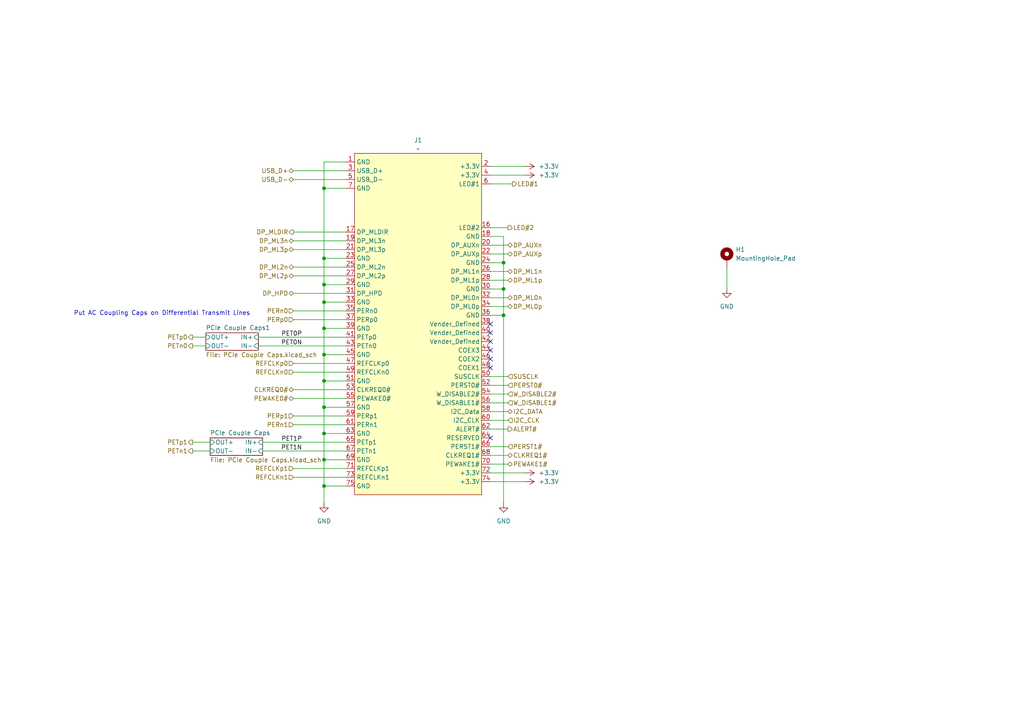
<source format=kicad_sch>
(kicad_sch (version 20250114) (generator "eeschema") (generator_version "9.0")
  (paper "A4")
  (lib_symbols
    (symbol "Mechanical:MountingHole_Pad" (pin_numbers (hide yes)) (pin_names (offset 1.016) (hide yes)) (in_bom no)
      (property "Reference" "H" (at 0 6.35 0))
      (property "Value" "MountingHole_Pad" (at 0 4.445 0))
      (symbol "MountingHole_Pad_0_1"
        (circle (center 0 1.27) (radius 1.27) (stroke (width 1.27)))
      )
      (symbol "MountingHole_Pad_1_1"
        (pin input line (at 0 -2.54 90) (length 2.54) (name "1") (number "1"))
      )
    )
    (symbol "PCIexpress:M.2_A_Key"
      (property "Reference" "J" (at 0 0 0))
      (symbol "M.2_A_Key_0_1"
        (rectangle (start -17.78 -5.08) (end 19.05 -104.14) (fill (type background)))
      )
      (symbol "M.2_A_Key_1_1"
        (pin power_in line (at -20.32 -7.62 0) (length 2.54) (name "GND") (number "1"))
        (pin bidirectional line (at -20.32 -10.16 0) (length 2.54) (name "USB_D+") (number "3"))
        (pin bidirectional line (at -20.32 -12.7 0) (length 2.54) (name "USB_D-") (number "5"))
        (pin power_in line (at -20.32 -15.24 0) (length 2.54) (name "GND") (number "7"))
        (pin output line (at -20.32 -27.94 0) (length 2.54) (name "DP_MLDIR") (number "17"))
        (pin bidirectional line (at -20.32 -30.48 0) (length 2.54) (name "DP_ML3n") (number "19"))
        (pin bidirectional line (at -20.32 -33.02 0) (length 2.54) (name "DP_ML3p") (number "21"))
        (pin power_in line (at -20.32 -35.56 0) (length 2.54) (name "GND") (number "23"))
        (pin bidirectional line (at -20.32 -38.1 0) (length 2.54) (name "DP_ML2n") (number "25"))
        (pin bidirectional line (at -20.32 -40.64 0) (length 2.54) (name "DP_ML2p") (number "27"))
        (pin power_in line (at -20.32 -43.18 0) (length 2.54) (name "GND") (number "29"))
        (pin bidirectional line (at -20.32 -45.72 0) (length 2.54) (name "DP_HPD") (number "31"))
        (pin power_in line (at -20.32 -48.26 0) (length 2.54) (name "GND") (number "33"))
        (pin input line (at -20.32 -50.8 0) (length 2.54) (name "PERn0") (number "35"))
        (pin input line (at -20.32 -53.34 0) (length 2.54) (name "PERp0") (number "37"))
        (pin power_in line (at -20.32 -55.88 0) (length 2.54) (name "GND") (number "39"))
        (pin output line (at -20.32 -58.42 0) (length 2.54) (name "PETp0") (number "41"))
        (pin output line (at -20.32 -60.96 0) (length 2.54) (name "PETn0") (number "43"))
        (pin power_in line (at -20.32 -63.5 0) (length 2.54) (name "GND") (number "45"))
        (pin input line (at -20.32 -66.04 0) (length 2.54) (name "REFCLKp0") (number "47"))
        (pin input line (at -20.32 -68.58 0) (length 2.54) (name "REFCLKn0") (number "49"))
        (pin power_in line (at -20.32 -71.12 0) (length 2.54) (name "GND") (number "51"))
        (pin bidirectional line (at -20.32 -73.66 0) (length 2.54) (name "CLKREQ0#") (number "53"))
        (pin bidirectional line (at -20.32 -76.2 0) (length 2.54) (name "PEWAKE0#") (number "55"))
        (pin power_in line (at -20.32 -78.74 0) (length 2.54) (name "GND") (number "57"))
        (pin input line (at -20.32 -81.28 0) (length 2.54) (name "PERp1") (number "59"))
        (pin input line (at -20.32 -83.82 0) (length 2.54) (name "PERn1") (number "61"))
        (pin power_in line (at -20.32 -86.36 0) (length 2.54) (name "GND") (number "63"))
        (pin output line (at -20.32 -88.9 0) (length 2.54) (name "PETp1") (number "65"))
        (pin output line (at -20.32 -91.44 0) (length 2.54) (name "PETn1") (number "67"))
        (pin passive line (at -20.32 -93.98 0) (length 2.54) (name "GND") (number "69"))
        (pin input line (at -20.32 -96.52 0) (length 2.54) (name "REFCLKp1") (number "71"))
        (pin input line (at -20.32 -99.06 0) (length 2.54) (name "REFCLKn1") (number "73"))
        (pin power_in line (at -20.32 -101.6 0) (length 2.54) (name "GND") (number "75"))
        (pin power_in line (at 21.59 -8.89 180) (length 2.54) (name "+3.3V") (number "2"))
        (pin power_in line (at 21.59 -11.43 180) (length 2.54) (name "+3.3V") (number "4"))
        (pin output line (at 21.59 -13.97 180) (length 2.54) (name "LED#1") (number "6"))
        (pin output line (at 21.59 -26.67 180) (length 2.54) (name "LED#2") (number "16"))
        (pin power_in line (at 21.59 -29.21 180) (length 2.54) (name "GND") (number "18"))
        (pin bidirectional line (at 21.59 -31.75 180) (length 2.54) (name "DP_AUXn") (number "20"))
        (pin bidirectional line (at 21.59 -34.29 180) (length 2.54) (name "DP_AUXp") (number "22"))
        (pin power_in line (at 21.59 -36.83 180) (length 2.54) (name "GND") (number "24"))
        (pin bidirectional line (at 21.59 -39.37 180) (length 2.54) (name "DP_ML1n") (number "26"))
        (pin bidirectional line (at 21.59 -41.91 180) (length 2.54) (name "DP_ML1p") (number "28"))
        (pin power_in line (at 21.59 -44.45 180) (length 2.54) (name "GND") (number "30"))
        (pin bidirectional line (at 21.59 -46.99 180) (length 2.54) (name "DP_ML0n") (number "32"))
        (pin bidirectional line (at 21.59 -49.53 180) (length 2.54) (name "DP_ML0p") (number "34"))
        (pin power_in line (at 21.59 -52.07 180) (length 2.54) (name "GND") (number "36"))
        (pin unspecified line (at 21.59 -54.61 180) (length 2.54) (name "Vender_Defined") (number "38"))
        (pin unspecified line (at 21.59 -57.15 180) (length 2.54) (name "Vender_Defined") (number "40"))
        (pin unspecified line (at 21.59 -59.69 180) (length 2.54) (name "Vender_Defined") (number "42"))
        (pin bidirectional line (at 21.59 -62.23 180) (length 2.54) (name "COEX3") (number "44"))
        (pin bidirectional line (at 21.59 -64.77 180) (length 2.54) (name "COEX2") (number "46"))
        (pin bidirectional line (at 21.59 -67.31 180) (length 2.54) (name "COEX1") (number "48"))
        (pin input line (at 21.59 -69.85 180) (length 2.54) (name "SUSCLK") (number "50"))
        (pin input line (at 21.59 -72.39 180) (length 2.54) (name "PERST0#") (number "52"))
        (pin input line (at 21.59 -74.93 180) (length 2.54) (name "W_DISABLE2#") (number "54"))
        (pin input line (at 21.59 -77.47 180) (length 2.54) (name "W_DISABLE1#") (number "56"))
        (pin bidirectional line (at 21.59 -80.01 180) (length 2.54) (name "I2C_Data") (number "58"))
        (pin input line (at 21.59 -82.55 180) (length 2.54) (name "I2C_CLK") (number "60"))
        (pin output line (at 21.59 -85.09 180) (length 2.54) (name "ALERT#") (number "62"))
        (pin unspecified line (at 21.59 -87.63 180) (length 2.54) (name "RESERVED") (number "64"))
        (pin input line (at 21.59 -90.17 180) (length 2.54) (name "PERST1#") (number "66"))
        (pin bidirectional line (at 21.59 -92.71 180) (length 2.54) (name "CLKREQ1#") (number "68"))
        (pin bidirectional line (at 21.59 -95.25 180) (length 2.54) (name "PEWAKE1#") (number "70"))
        (pin power_in line (at 21.59 -97.79 180) (length 2.54) (name "+3.3V") (number "72"))
        (pin power_in line (at 21.59 -100.33 180) (length 2.54) (name "+3.3V") (number "74"))
      )
    )
    (symbol "power:+3.3V" (power) (pin_numbers (hide yes)) (pin_names (offset 0) (hide yes))
      (property "Value" "+3.3V" (at 0 3.556 0))
      (symbol "+3.3V_0_1"
        (polyline (pts (xy -0.762 1.27) (xy 0 2.54)))
        (polyline (pts (xy 0 2.54) (xy 0.762 1.27)))
        (polyline (pts (xy 0 0) (xy 0 2.54)))
      )
      (symbol "+3.3V_1_1"
        (pin power_in line (at 0 0 90) (length 0) (name "~") (number "1"))
      )
    )
    (symbol "power:GND" (power) (pin_numbers (hide yes)) (pin_names (offset 0) (hide yes))
      (property "Value" "GND" (at 0 -3.81 0))
      (symbol "GND_0_1"
        (polyline (pts (xy 0 0) (xy 0 -1.27) (xy 1.27 -1.27) (xy 0 -2.54) (xy -1.27 -1.27) (xy 0 -1.27)))
      )
      (symbol "GND_1_1"
        (pin power_in line (at 0 0 270) (length 0) (name "~") (number "1"))
      )
    )
  )
  (text "Put AC Coupling Caps on Differential Transmit Lines" (at 46.99 90.932 0) (effects (font (size 1.27 1.27))))
  (junction (at 93.98 102.87))
  (junction (at 93.98 110.49))
  (junction (at 146.05 91.44))
  (junction (at 93.98 74.93))
  (junction (at 93.98 87.63))
  (junction (at 146.05 83.82))
  (junction (at 93.98 140.97))
  (junction (at 93.98 54.61))
  (junction (at 93.98 118.11))
  (junction (at 93.98 95.25))
  (junction (at 93.98 125.73))
  (junction (at 93.98 82.55))
  (junction (at 146.05 76.2))
  (junction (at 93.98 133.35))
  (no_connect (at 142.24 101.6))
  (no_connect (at 142.24 127))
  (no_connect (at 142.24 104.14))
  (no_connect (at 142.24 106.68))
  (no_connect (at 142.24 96.52))
  (no_connect (at 142.24 99.06))
  (no_connect (at 142.24 93.98))
  (wire (pts (xy 142.24 86.36) (xy 147.32 86.36)))
  (wire (pts (xy 93.98 118.11) (xy 93.98 125.73)))
  (wire (pts (xy 146.05 83.82) (xy 146.05 91.44)))
  (wire (pts (xy 76.2 128.27) (xy 100.33 128.27)))
  (wire (pts (xy 93.98 133.35) (xy 93.98 140.97)))
  (wire (pts (xy 93.98 110.49) (xy 93.98 118.11)))
  (wire (pts (xy 93.98 54.61) (xy 93.98 74.93)))
  (wire (pts (xy 74.93 100.33) (xy 100.33 100.33)))
  (wire (pts (xy 210.82 77.47) (xy 210.82 83.82)))
  (wire (pts (xy 142.24 48.26) (xy 152.4 48.26)))
  (wire (pts (xy 142.24 71.12) (xy 147.32 71.12)))
  (wire (pts (xy 85.09 120.65) (xy 100.33 120.65)))
  (wire (pts (xy 100.33 140.97) (xy 93.98 140.97)))
  (wire (pts (xy 142.24 111.76) (xy 147.32 111.76)))
  (wire (pts (xy 142.24 66.04) (xy 147.32 66.04)))
  (wire (pts (xy 93.98 102.87) (xy 93.98 110.49)))
  (wire (pts (xy 85.09 90.17) (xy 100.33 90.17)))
  (wire (pts (xy 100.33 46.99) (xy 93.98 46.99)))
  (wire (pts (xy 142.24 119.38) (xy 147.32 119.38)))
  (wire (pts (xy 100.33 82.55) (xy 93.98 82.55)))
  (wire (pts (xy 142.24 76.2) (xy 146.05 76.2)))
  (wire (pts (xy 93.98 74.93) (xy 93.98 82.55)))
  (wire (pts (xy 100.33 74.93) (xy 93.98 74.93)))
  (wire (pts (xy 85.09 49.53) (xy 100.33 49.53)))
  (wire (pts (xy 74.93 97.79) (xy 100.33 97.79)))
  (wire (pts (xy 93.98 46.99) (xy 93.98 54.61)))
  (wire (pts (xy 142.24 68.58) (xy 146.05 68.58)))
  (wire (pts (xy 100.33 110.49) (xy 93.98 110.49)))
  (wire (pts (xy 100.33 118.11) (xy 93.98 118.11)))
  (wire (pts (xy 85.09 52.07) (xy 100.33 52.07)))
  (wire (pts (xy 100.33 125.73) (xy 93.98 125.73)))
  (wire (pts (xy 142.24 91.44) (xy 146.05 91.44)))
  (wire (pts (xy 142.24 81.28) (xy 147.32 81.28)))
  (wire (pts (xy 55.88 100.33) (xy 59.69 100.33)))
  (wire (pts (xy 142.24 121.92) (xy 147.32 121.92)))
  (wire (pts (xy 100.33 54.61) (xy 93.98 54.61)))
  (wire (pts (xy 85.09 80.01) (xy 100.33 80.01)))
  (wire (pts (xy 55.88 128.27) (xy 60.96 128.27)))
  (wire (pts (xy 142.24 114.3) (xy 147.32 114.3)))
  (wire (pts (xy 55.88 97.79) (xy 59.69 97.79)))
  (wire (pts (xy 142.24 53.34) (xy 148.59 53.34)))
  (wire (pts (xy 85.09 77.47) (xy 100.33 77.47)))
  (wire (pts (xy 93.98 82.55) (xy 93.98 87.63)))
  (wire (pts (xy 100.33 87.63) (xy 93.98 87.63)))
  (wire (pts (xy 142.24 132.08) (xy 147.32 132.08)))
  (wire (pts (xy 85.09 92.71) (xy 100.33 92.71)))
  (wire (pts (xy 142.24 78.74) (xy 147.32 78.74)))
  (wire (pts (xy 142.24 83.82) (xy 146.05 83.82)))
  (wire (pts (xy 142.24 124.46) (xy 147.32 124.46)))
  (wire (pts (xy 142.24 50.8) (xy 152.4 50.8)))
  (wire (pts (xy 146.05 91.44) (xy 146.05 146.05)))
  (wire (pts (xy 85.09 105.41) (xy 100.33 105.41)))
  (wire (pts (xy 142.24 109.22) (xy 147.32 109.22)))
  (wire (pts (xy 93.98 87.63) (xy 93.98 95.25)))
  (wire (pts (xy 142.24 134.62) (xy 147.32 134.62)))
  (wire (pts (xy 85.09 113.03) (xy 100.33 113.03)))
  (wire (pts (xy 142.24 137.16) (xy 152.4 137.16)))
  (wire (pts (xy 55.88 130.81) (xy 60.96 130.81)))
  (wire (pts (xy 146.05 76.2) (xy 146.05 83.82)))
  (wire (pts (xy 85.09 67.31) (xy 100.33 67.31)))
  (wire (pts (xy 142.24 73.66) (xy 147.32 73.66)))
  (wire (pts (xy 85.09 69.85) (xy 100.33 69.85)))
  (wire (pts (xy 85.09 85.09) (xy 100.33 85.09)))
  (wire (pts (xy 142.24 116.84) (xy 147.32 116.84)))
  (wire (pts (xy 93.98 95.25) (xy 93.98 102.87)))
  (wire (pts (xy 85.09 115.57) (xy 100.33 115.57)))
  (wire (pts (xy 100.33 102.87) (xy 93.98 102.87)))
  (wire (pts (xy 100.33 133.35) (xy 93.98 133.35)))
  (wire (pts (xy 142.24 139.7) (xy 152.4 139.7)))
  (wire (pts (xy 85.09 135.89) (xy 100.33 135.89)))
  (wire (pts (xy 85.09 138.43) (xy 100.33 138.43)))
  (wire (pts (xy 85.09 123.19) (xy 100.33 123.19)))
  (wire (pts (xy 142.24 129.54) (xy 147.32 129.54)))
  (wire (pts (xy 76.2 130.81) (xy 100.33 130.81)))
  (wire (pts (xy 93.98 125.73) (xy 93.98 133.35)))
  (wire (pts (xy 100.33 95.25) (xy 93.98 95.25)))
  (wire (pts (xy 85.09 72.39) (xy 100.33 72.39)))
  (wire (pts (xy 142.24 88.9) (xy 147.32 88.9)))
  (wire (pts (xy 85.09 107.95) (xy 100.33 107.95)))
  (wire (pts (xy 93.98 140.97) (xy 93.98 146.05)))
  (wire (pts (xy 146.05 68.58) (xy 146.05 76.2)))
  (label "PET0P" (at 87.63 97.79 180))
  (label "PET1N" (at 87.63 130.81 180))
  (label "PET0N" (at 87.63 100.33 180))
  (label "PET1P" (at 87.63 128.27 180))
  (hierarchical_label "USB_D-" (shape bidirectional) (at 85.09 52.07 180))
  (hierarchical_label "LED#2" (shape output) (at 147.32 66.04 0))
  (hierarchical_label "PERST1#" (shape input) (at 147.32 129.54 0))
  (hierarchical_label "DP_AUXn" (shape bidirectional) (at 147.32 71.12 0))
  (hierarchical_label "PEWAKE1#" (shape bidirectional) (at 147.32 134.62 0))
  (hierarchical_label "CLKREQ1#" (shape bidirectional) (at 147.32 132.08 0))
  (hierarchical_label "REFCLKn0" (shape input) (at 85.09 107.95 180))
  (hierarchical_label "PETn1" (shape output) (at 55.88 130.81 180))
  (hierarchical_label "REFCLKn1" (shape input) (at 85.09 138.43 180))
  (hierarchical_label "DP_ML1p" (shape bidirectional) (at 147.32 81.28 0))
  (hierarchical_label "REFCLKp0" (shape input) (at 85.09 105.41 180))
  (hierarchical_label "PERp1" (shape input) (at 85.09 120.65 180))
  (hierarchical_label "SUSCLK" (shape input) (at 147.32 109.22 0))
  (hierarchical_label "USB_D+" (shape bidirectional) (at 85.09 49.53 180))
  (hierarchical_label "DP_ML0p" (shape bidirectional) (at 147.32 88.9 0))
  (hierarchical_label "PEWAKE0#" (shape bidirectional) (at 85.09 115.57 180))
  (hierarchical_label "DP_ML0n" (shape bidirectional) (at 147.32 86.36 0))
  (hierarchical_label "PERn1" (shape input) (at 85.09 123.19 180))
  (hierarchical_label "DP_MLDIR" (shape output) (at 85.09 67.31 180))
  (hierarchical_label "LED#1" (shape output) (at 148.59 53.34 0))
  (hierarchical_label "DP_ML3p" (shape bidirectional) (at 85.09 72.39 180))
  (hierarchical_label "DP_ML3n" (shape bidirectional) (at 85.09 69.85 180))
  (hierarchical_label "DP_ML2p" (shape bidirectional) (at 85.09 80.01 180))
  (hierarchical_label "PERp0" (shape input) (at 85.09 92.71 180))
  (hierarchical_label "W_DISABLE2#" (shape input) (at 147.32 114.3 0))
  (hierarchical_label "PETp1" (shape output) (at 55.88 128.27 180))
  (hierarchical_label "DP_ML1n" (shape bidirectional) (at 147.32 78.74 0))
  (hierarchical_label "PETp0" (shape output) (at 55.88 97.79 180))
  (hierarchical_label "W_DISABLE1#" (shape input) (at 147.32 116.84 0))
  (hierarchical_label "REFCLKp1" (shape input) (at 85.09 135.89 180))
  (hierarchical_label "PERn0" (shape input) (at 85.09 90.17 180))
  (hierarchical_label "I2C_DATA" (shape bidirectional) (at 147.32 119.38 0))
  (hierarchical_label "I2C_CLK" (shape input) (at 147.32 121.92 0))
  (hierarchical_label "ALERT#" (shape output) (at 147.32 124.46 0))
  (hierarchical_label "DP_HPD" (shape bidirectional) (at 85.09 85.09 180))
  (hierarchical_label "PERST0#" (shape input) (at 147.32 111.76 0))
  (hierarchical_label "DP_ML2n" (shape bidirectional) (at 85.09 77.47 180))
  (hierarchical_label "CLKREQ0#" (shape bidirectional) (at 85.09 113.03 180))
  (hierarchical_label "PETn0" (shape output) (at 55.88 100.33 180))
  (hierarchical_label "DP_AUXp" (shape bidirectional) (at 147.32 73.66 0))
  (symbol (lib_id "power:+3.3V") (at 152.4 137.16 270) (unit 1)
    (property "Reference" "#PWR05" (effects (hide yes)))
    (property "Value" "+3.3V" (at 156.21 137.1599 90) (effects (justify left)))
    (property "Description" "Power symbol creates a global label with name \"+3.3V\"" (effects (hide yes)))
  )
  (symbol (lib_id "PCIexpress:M.2_A_Key") (at 120.65 39.37 0) (unit 1)
    (property "Reference" "J1" (at 121.285 40.64 0))
    (property "Value" "~" (at 121.285 43.18 0))
    (property "Footprint" "PCIexpress:M.2 A Key Connector" (effects (hide yes)))
    (property "Note" "Check PCIe M.2 Specification for Pin Alt mode functions. Check your socket pinout for pin functions." (effects (hide yes)))
  )
  (symbol (lib_id "power:GND") (at 93.98 146.05 0) (unit 1)
    (property "Reference" "#PWR01" (effects (hide yes)))
    (property "Value" "GND" (at 93.98 151.13 0))
    (property "Description" "Power symbol creates a global label with name \"GND\" , ground" (effects (hide yes)))
  )
  (symbol (lib_id "power:+3.3V") (at 152.4 50.8 270) (unit 1)
    (property "Reference" "#PWR04" (effects (hide yes)))
    (property "Value" "+3.3V" (at 156.21 50.7999 90) (effects (justify left)))
    (property "Description" "Power symbol creates a global label with name \"+3.3V\"" (effects (hide yes)))
  )
  (symbol (lib_id "power:GND") (at 210.82 83.82 0) (unit 1)
    (property "Reference" "#PWR07" (effects (hide yes)))
    (property "Value" "GND" (at 210.82 88.9 0))
    (property "Description" "Power symbol creates a global label with name \"GND\" , ground" (effects (hide yes)))
  )
  (symbol (lib_id "power:+3.3V") (at 152.4 48.26 270) (unit 1)
    (property "Reference" "#PWR03" (effects (hide yes)))
    (property "Value" "+3.3V" (at 156.21 48.2599 90) (effects (justify left)))
    (property "Description" "Power symbol creates a global label with name \"+3.3V\"" (effects (hide yes)))
  )
  (symbol (lib_id "power:+3.3V") (at 152.4 139.7 270) (unit 1)
    (property "Reference" "#PWR06" (effects (hide yes)))
    (property "Value" "+3.3V" (at 156.21 139.6999 90) (effects (justify left)))
    (property "Description" "Power symbol creates a global label with name \"+3.3V\"" (effects (hide yes)))
  )
  (symbol (lib_id "power:GND") (at 146.05 146.05 0) (unit 1)
    (property "Reference" "#PWR02" (effects (hide yes)))
    (property "Value" "GND" (at 146.05 151.13 0))
    (property "Description" "Power symbol creates a global label with name \"GND\" , ground" (effects (hide yes)))
  )
  (symbol (lib_id "Mechanical:MountingHole_Pad") (at 210.82 74.93 0) (unit 1) (in_bom no)
    (property "Reference" "H1" (at 213.36 72.3899 0) (effects (justify left)))
    (property "Value" "MountingHole_Pad" (at 213.36 74.9299 0) (effects (justify left)))
    (property "Footprint" "PCIexpress:M.2 Mounting Pad" (effects (hide yes)))
    (property "Description" "Mounting Hole with connection" (effects (hide yes)))
  )
  (sheet (at 59.69 96.52) (size 15.24 5.08) (stroke (width 0.1524))
    (property "Sheetname" "PCIe Couple Caps1" (at 59.69 95.8084 0) (effects (justify left bottom)))
    (property "Sheetfile" "PCIe Couple Caps.kicad_sch" (at 59.69 102.1846 0) (effects (justify left top)))
    (pin "OUT-" input (at 59.69 100.33 180))
    (pin "IN+" input (at 74.93 97.79 0))
    (pin "OUT+" input (at 59.69 97.79 180))
    (pin "IN-" input (at 74.93 100.33 0))
  )
  (sheet (at 60.96 127) (size 15.24 5.08) (stroke (width 0.1524))
    (property "Sheetname" "PCIe Couple Caps" (at 60.96 126.2884 0) (effects (justify left bottom)))
    (property "Sheetfile" "PCIe Couple Caps.kicad_sch" (at 60.96 132.6646 0) (effects (justify left top)))
    (pin "OUT-" input (at 60.96 130.81 180))
    (pin "IN+" input (at 76.2 128.27 0))
    (pin "OUT+" input (at 60.96 128.27 180))
    (pin "IN-" input (at 76.2 130.81 0))
  )
)
</source>
